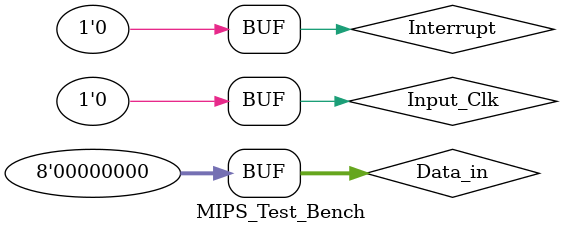
<source format=v>
`timescale 1ns / 1ps


module MIPS_Test_Bench;

	// Inputs
	reg Input_Clk;
	reg Interrupt;
	reg [7:0] Data_in;

	// Outputs
	wire [7:0] Data_out;
	wire [1:0] mux_sel_a;
	wire [1:0] mux_sel_b;
	wire [7:0] A;
	wire [7:0] B;
	wire [7:0] ans_ex;
	wire Clk_sim;
	wire Clk1_sim;
	wire Clk2_sim;
	wire Clk3_sim;
	wire Clk4_sim;
	wire Clk5_sim;
	
	parameter PERIOD = 20;

   always begin
      Input_Clk = 1'b1;
      #(PERIOD/2) Input_Clk = 1'b0;
      #(PERIOD/2);
   end

	// Instantiate the Unit Under Test (UUT)
	MIPS uut (
		.Input_Clk(Input_Clk), 
		.Interrupt(Interrupt), 
		.Data_out(Data_out), 
		.Data_in(Data_in), 
		.mux_sel_a(mux_sel_a), 
		.mux_sel_b(mux_sel_b), 
		.A(A), 
		.B(B), 
		.ans_ex(ans_ex), 
		.Clk_sim(Clk_sim), 
		.Clk1_sim(Clk1_sim), 
		.Clk2_sim(Clk2_sim), 
		.Clk3_sim(Clk3_sim), 
		.Clk4_sim(Clk4_sim), 
		.Clk5_sim(Clk5_sim)
	);

	initial begin
		// Initialize Inputs
		Input_Clk = 0;
		Interrupt = 0;
		Data_in = 0;

		// Wait 100 ns for global reset to finish
		#1000;
        
		// Add stimulus here

	end
      
endmodule


</source>
